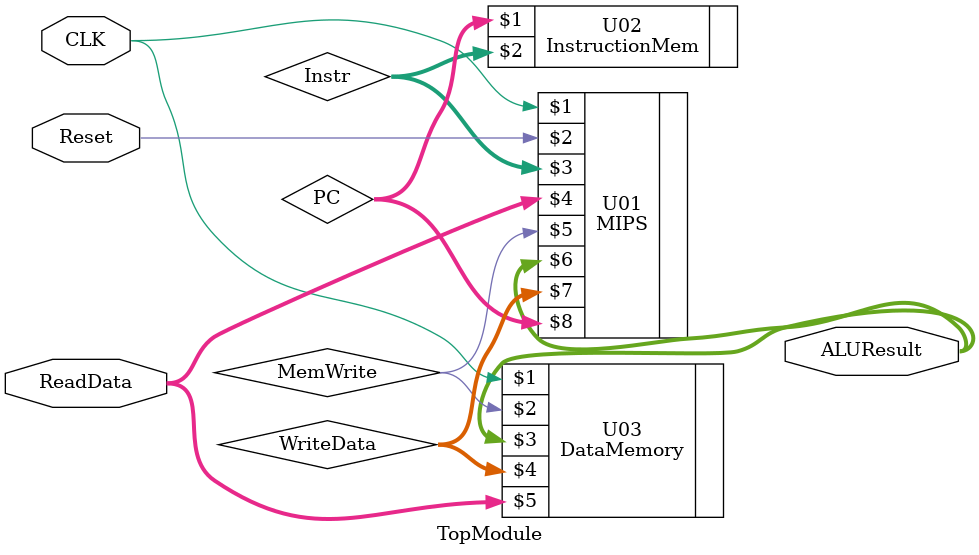
<source format=v>
`timescale 1ns / 1ps
module TopModule(input CLK, Reset, 
					input [31:0] ReadData, 
					output [31:0] ALUResult);
					
			wire [31:0] PC, WriteData, Instr;
			wire MemWrite;

			MIPS U01 (CLK,Reset,Instr, ReadData, MemWrite,ALUResult,WriteData, PC);
			InstructionMem U02 (PC, Instr);
			DataMemory U03 (CLK,MemWrite,ALUResult, WriteData,ReadData);
endmodule

</source>
